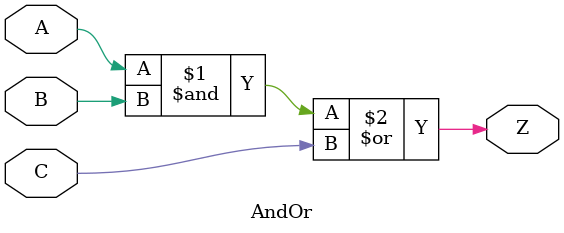
<source format=v>

`timescale 1ns / 100ps

module AndOr (

   input  wire A,B,C,
   output wire Z

   ) ;

   assign Z = (A & B) | C ;

endmodule

</source>
